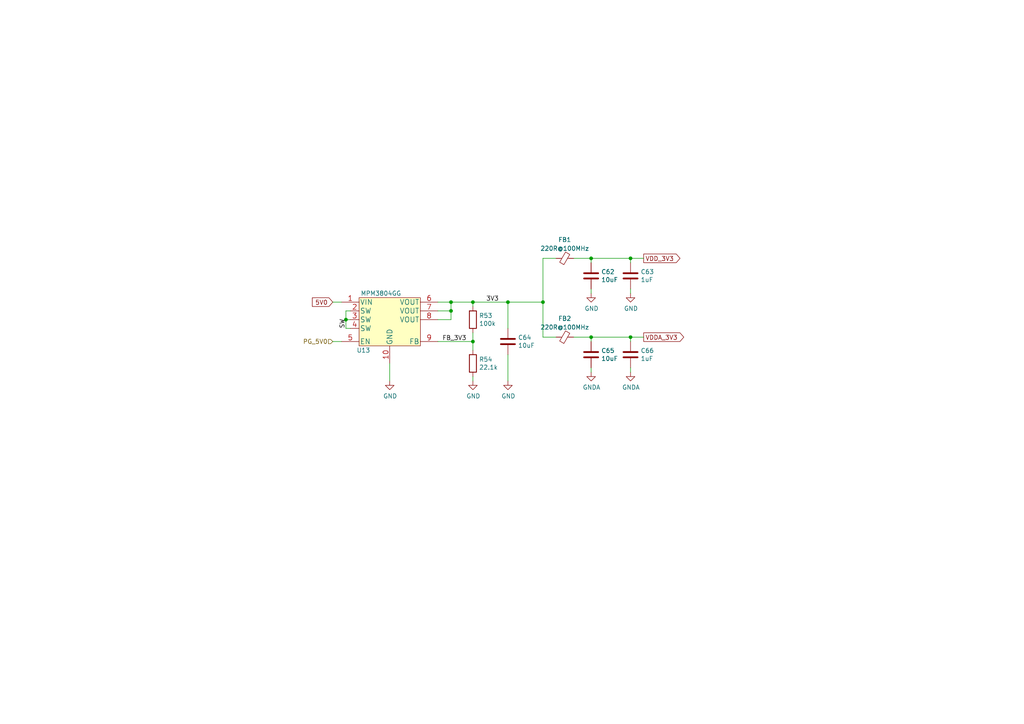
<source format=kicad_sch>
(kicad_sch (version 20211123) (generator eeschema)
  (paper "A4")
  (title_block (title "Open MOtor DRiver Initiative (OMODRI)") (date "2022-11-24") (rev "2.0") (company "LAAS/CNRS"))
  (lib_symbols
    (symbol "Device:C" (pin_numbers hide) (pin_names (offset 0.254))
      (property "Reference" "C" (at 0.635 2.54 0))
      (property "Value" "C" (at 0.635 -2.54 0))
      (symbol "C_0_1"
        (polyline (pts (xy -2.032 -0.762) (xy 2.032 -0.762)) (stroke (width 0.508)))
        (polyline (pts (xy -2.032 0.762) (xy 2.032 0.762)) (stroke (width 0.508)))
      )
      (symbol "C_1_1"
        (pin passive line (at 0 3.81 270) (length 2.794) (name "~") (number "1"))
        (pin passive line (at 0 -3.81 90) (length 2.794) (name "~") (number "2"))
      )
    )
    (symbol "Device:FerriteBead_Small" (pin_numbers hide) (pin_names (offset 0))
      (property "Reference" "FB" (at 1.905 1.27 0))
      (property "Value" "FerriteBead_Small" (at 1.905 -1.27 0))
      (symbol "FerriteBead_Small_0_1"
        (polyline (pts (xy 0 -1.27) (xy 0 -0.7874)))
        (polyline (pts (xy 0 0.889) (xy 0 1.2954)))
        (polyline (pts (xy -1.8288 0.2794) (xy -1.1176 1.4986) (xy 1.8288 -0.2032) (xy 1.1176 -1.4224) (xy -1.8288 0.2794)))
      )
      (symbol "FerriteBead_Small_1_1"
        (pin passive line (at 0 2.54 270) (length 1.27) (name "~") (number "1"))
        (pin passive line (at 0 -2.54 90) (length 1.27) (name "~") (number "2"))
      )
    )
    (symbol "Device:R" (pin_numbers hide) (pin_names (offset 0))
      (property "Reference" "R" (at 2.032 0 90))
      (property "Value" "R" (at 0 0 90))
      (symbol "R_0_1"
        (rectangle (start -1.016 -2.54) (end 1.016 2.54) (stroke (width 0.254)))
      )
      (symbol "R_1_1"
        (pin passive line (at 0 3.81 270) (length 1.27) (name "~") (number "1"))
        (pin passive line (at 0 -3.81 90) (length 1.27) (name "~") (number "2"))
      )
    )
    (symbol "omodri_lib:MPM3804GG" (pin_names (offset 0.254))
      (property "Reference" "U" (at -8.89 11.43 0))
      (property "Value" "MPM3804GG" (at -3.81 8.89 0))
      (symbol "MPM3804GG_1_1"
        (rectangle (start -8.89 7.62) (end 8.89 -6.35) (fill (type background)))
        (pin power_in line (at -13.97 6.35 0) (length 5.08) (name "VIN") (number "1"))
        (pin power_in line (at 0 -11.43 90) (length 5.08) (name "GND") (number "10"))
        (pin passive line (at -11.43 3.81 0) (length 2.54) (name "SW") (number "2"))
        (pin passive line (at -11.43 1.27 0) (length 2.54) (name "SW") (number "3"))
        (pin passive line (at -11.43 -1.27 0) (length 2.54) (name "SW") (number "4"))
        (pin input line (at -13.97 -5.08 0) (length 5.08) (name "EN") (number "5"))
        (pin power_out line (at 13.97 6.35 180) (length 5.08) (name "VOUT") (number "6"))
        (pin passive line (at 13.97 3.81 180) (length 5.08) (name "VOUT") (number "7"))
        (pin passive line (at 13.97 1.27 180) (length 5.08) (name "VOUT") (number "8"))
        (pin input line (at 13.97 -5.08 180) (length 5.08) (name "FB") (number "9"))
      )
    )
    (symbol "power:GND" (power) (pin_names (offset 0))
      (property "Value" "GND" (at 0 -3.81 0))
      (symbol "GND_0_1"
        (polyline (pts (xy 0 0) (xy 0 -1.27) (xy 1.27 -1.27) (xy 0 -2.54) (xy -1.27 -1.27) (xy 0 -1.27)))
      )
      (symbol "GND_1_1"
        (pin power_in line (at 0 0 270) (length 0) hide (name "GND") (number "1"))
      )
    )
    (symbol "power:GNDA" (power) (pin_names (offset 0))
      (property "Value" "GNDA" (at 0 -3.81 0))
      (symbol "GNDA_0_1"
        (polyline (pts (xy 0 0) (xy 0 -1.27) (xy 1.27 -1.27) (xy 0 -2.54) (xy -1.27 -1.27) (xy 0 -1.27)))
      )
      (symbol "GNDA_1_1"
        (pin power_in line (at 0 0 270) (length 0) hide (name "GNDA") (number "1"))
      )
    )
  )
  (junction (at 182.88 74.93))
  (junction (at 130.81 87.63))
  (junction (at 137.16 87.63))
  (junction (at 147.32 87.63))
  (junction (at 130.81 90.17))
  (junction (at 100.33 92.71))
  (junction (at 171.45 97.79))
  (junction (at 171.45 74.93))
  (junction (at 157.48 87.63))
  (junction (at 137.16 99.06))
  (junction (at 182.88 97.79))
  (wire (pts (xy 130.81 87.63) (xy 137.16 87.63)))
  (wire (pts (xy 161.29 74.93) (xy 157.48 74.93)))
  (wire (pts (xy 182.88 83.82) (xy 182.88 85.09)))
  (wire (pts (xy 166.37 97.79) (xy 171.45 97.79)))
  (wire (pts (xy 171.45 106.68) (xy 171.45 107.95)))
  (wire (pts (xy 171.45 97.79) (xy 182.88 97.79)))
  (wire (pts (xy 171.45 83.82) (xy 171.45 85.09)))
  (wire (pts (xy 182.88 106.68) (xy 182.88 107.95)))
  (wire (pts (xy 157.48 87.63) (xy 157.48 97.79)))
  (wire (pts (xy 100.33 95.25) (xy 100.33 92.71)))
  (wire (pts (xy 130.81 92.71) (xy 130.81 90.17)))
  (wire (pts (xy 186.69 97.79) (xy 182.88 97.79)))
  (wire (pts (xy 99.06 87.63) (xy 96.52 87.63)))
  (wire (pts (xy 157.48 97.79) (xy 161.29 97.79)))
  (wire (pts (xy 171.45 99.06) (xy 171.45 97.79)))
  (wire (pts (xy 171.45 74.93) (xy 182.88 74.93)))
  (wire (pts (xy 130.81 90.17) (xy 130.81 87.63)))
  (wire (pts (xy 137.16 110.49) (xy 137.16 109.22)))
  (wire (pts (xy 171.45 74.93) (xy 171.45 76.2)))
  (wire (pts (xy 113.03 105.41) (xy 113.03 110.49)))
  (wire (pts (xy 147.32 87.63) (xy 147.32 95.25)))
  (wire (pts (xy 127 92.71) (xy 130.81 92.71)))
  (wire (pts (xy 100.33 90.17) (xy 100.33 92.71)))
  (wire (pts (xy 96.52 99.06) (xy 99.06 99.06)))
  (wire (pts (xy 147.32 87.63) (xy 157.48 87.63)))
  (wire (pts (xy 157.48 74.93) (xy 157.48 87.63)))
  (wire (pts (xy 127 90.17) (xy 130.81 90.17)))
  (wire (pts (xy 137.16 96.52) (xy 137.16 99.06)))
  (wire (pts (xy 137.16 87.63) (xy 147.32 87.63)))
  (wire (pts (xy 182.88 74.93) (xy 186.69 74.93)))
  (wire (pts (xy 137.16 87.63) (xy 137.16 88.9)))
  (wire (pts (xy 182.88 99.06) (xy 182.88 97.79)))
  (wire (pts (xy 182.88 74.93) (xy 182.88 76.2)))
  (wire (pts (xy 101.6 95.25) (xy 100.33 95.25)))
  (wire (pts (xy 147.32 102.87) (xy 147.32 110.49)))
  (wire (pts (xy 100.33 92.71) (xy 101.6 92.71)))
  (wire (pts (xy 127 99.06) (xy 137.16 99.06)))
  (wire (pts (xy 166.37 74.93) (xy 171.45 74.93)))
  (wire (pts (xy 127 87.63) (xy 130.81 87.63)))
  (wire (pts (xy 101.6 90.17) (xy 100.33 90.17)))
  (wire (pts (xy 137.16 99.06) (xy 137.16 101.6)))
  (label "FB_3V3" (at 128.27 99.06 0))
  (label "SW" (at 100.33 95.25 90))
  (label "3V3" (at 140.97 87.63 0))
  (global_label "VDD_3V3" (shape output) (at 186.69 74.93 0) (property "Références Inter-Feuilles" "${INTERSHEET_REFS}" (effects hide)))
  (global_label "5V0" (shape input) (at 96.52 87.63 180) (property "Références Inter-Feuilles" "${INTERSHEET_REFS}" (effects hide)))
  (global_label "VDDA_3V3" (shape output) (at 186.69 97.79 0) (property "Références Inter-Feuilles" "${INTERSHEET_REFS}" (effects hide)))
  (hierarchical_label "PG_5V0" (shape input) (at 96.52 99.06 180))
  (symbol (lib_id "power:GND") (at 113.03 110.49 0) (unit 1)
    (property "Reference" "#PWR0136" (effects hide))
    (property "Value" "GND" (at 113.157 114.8842 0))
  )
  (symbol (lib_id "power:GND") (at 147.32 110.49 0) (unit 1)
    (property "Reference" "#PWR0138" (effects hide))
    (property "Value" "GND" (at 147.447 114.8842 0))
  )
  (symbol (lib_id "power:GND") (at 137.16 110.49 0) (unit 1)
    (property "Reference" "#PWR0137" (effects hide))
    (property "Value" "GND" (at 137.287 114.8842 0))
  )
  (symbol (lib_id "Device:R") (at 137.16 92.71 0) (unit 1)
    (property "Reference" "R53" (at 138.938 91.5416 0) (effects (justify left)))
    (property "Value" "100k" (at 138.938 93.853 0) (effects (justify left)))
    (property "Footprint" "Resistor_SMD:R_0201_0603Metric" (effects hide))
    (property "DigiKey" "P122655CT-ND" (effects hide))
    (property "Farnell" "2302389" (effects hide))
    (property "Mouser" "667-ERJ-1GNF1003C" (effects hide))
    (property "Part No" "ERJ-1GNF1003C" (effects hide))
    (property "RS" "179-7130" (effects hide))
  )
  (symbol (lib_id "Device:R") (at 137.16 105.41 0) (unit 1)
    (property "Reference" "R54" (at 138.938 104.2416 0) (effects (justify left)))
    (property "Value" "22.1k" (at 138.938 106.553 0) (effects (justify left)))
    (property "Footprint" "Resistor_SMD:R_0201_0603Metric" (effects hide))
    (property "DigiKey" "P122837CT-ND" (effects hide))
    (property "Farnell" "3335196" (effects hide))
    (property "Mouser" "667-ERJ-1GNF2212C" (effects hide))
    (property "Part No" "ERJ-1GNF2212C" (effects hide))
  )
  (symbol (lib_id "omodri_lib:MPM3804GG") (at 113.03 93.98 0) (unit 1)
    (property "Reference" "U13" (at 105.41 101.6 0))
    (property "Value" "MPM3804GG" (at 110.49 85.09 0))
    (property "Footprint" "udriver3:QFN-10_2x2mm_P0.5mm" (effects hide))
    (property "Datasheet" "https://www.monolithicpower.com/en/documentview/productdocument/index/version/2/document_type/Datasheet/lang/en/sku/MPM3804GG/document_id/2122/" (effects hide))
    (property "DigiKey" "1589-1982-1-ND" (effects hide))
    (property "Farnell" "3358188" (effects hide))
    (property "Mouser" "946-MPM3804GG-Z" (effects hide))
    (property "Part No" "MPM3804GG" (effects hide))
  )
  (symbol (lib_id "Device:C") (at 147.32 99.06 0) (unit 1)
    (property "Reference" "C64" (at 150.241 97.8916 0) (effects (justify left)))
    (property "Value" "10uF" (at 150.241 100.203 0) (effects (justify left)))
    (property "Footprint" "Capacitor_SMD:C_0402_1005Metric" (effects hide))
    (property "DigiKey" "490-13238-2-ND" (effects hide))
    (property "Farnell" "3582794" (effects hide))
    (property "Mouser" "81-GRM155R60J106ME5D" (effects hide))
    (property "Part No" "GRM155R60J106ME15D" (effects hide))
    (property "Rated Voltage" "6.3V" (effects hide))
  )
  (symbol (lib_id "Device:C") (at 171.45 80.01 0) (unit 1)
    (property "Reference" "C62" (at 174.371 78.8416 0) (effects (justify left)))
    (property "Value" "10uF" (at 174.371 81.153 0) (effects (justify left)))
    (property "Footprint" "Capacitor_SMD:C_0402_1005Metric" (effects hide))
    (property "DigiKey" "490-13238-2-ND" (effects hide))
    (property "Farnell" "3582794" (effects hide))
    (property "Mouser" "81-GRM155R60J106ME5D" (effects hide))
    (property "Part No" "GRM155R60J106ME15D" (effects hide))
    (property "Rated Voltage" "6.3V" (effects hide))
  )
  (symbol (lib_id "Device:C") (at 182.88 80.01 0) (unit 1)
    (property "Reference" "C63" (at 185.801 78.8416 0) (effects (justify left)))
    (property "Value" "1uF" (at 185.801 81.153 0) (effects (justify left)))
    (property "Footprint" "Capacitor_SMD:C_0201_0603Metric" (effects hide))
    (property "DigiKey" "490-13219-1-ND" (effects hide))
    (property "Farnell" "3238032" (effects hide))
    (property "Mouser" "81-GRM033C81A105ME5D" (effects hide))
    (property "Part No" "GRM033C81A105ME05D" (effects hide))
    (property "Rated Voltage" "10V" (effects hide))
  )
  (symbol (lib_id "power:GND") (at 171.45 85.09 0) (unit 1)
    (property "Reference" "#PWR0132" (effects hide))
    (property "Value" "GND" (at 171.577 89.4842 0))
  )
  (symbol (lib_id "power:GND") (at 182.88 85.09 0) (unit 1)
    (property "Reference" "#PWR0133" (effects hide))
    (property "Value" "GND" (at 183.007 89.4842 0))
  )
  (symbol (lib_id "Device:C") (at 171.45 102.87 0) (unit 1)
    (property "Reference" "C65" (at 174.371 101.7016 0) (effects (justify left)))
    (property "Value" "10uF" (at 174.371 104.013 0) (effects (justify left)))
    (property "Footprint" "Capacitor_SMD:C_0402_1005Metric" (effects hide))
    (property "DigiKey" "490-13238-2-ND" (effects hide))
    (property "Farnell" "3582794" (effects hide))
    (property "Mouser" "81-GRM155R60J106ME5D" (effects hide))
    (property "Part No" "GRM155R60J106ME15D" (effects hide))
    (property "Rated Voltage" "6.3V" (effects hide))
  )
  (symbol (lib_id "Device:C") (at 182.88 102.87 0) (unit 1)
    (property "Reference" "C66" (at 185.801 101.7016 0) (effects (justify left)))
    (property "Value" "1uF" (at 185.801 104.013 0) (effects (justify left)))
    (property "Footprint" "Capacitor_SMD:C_0201_0603Metric" (effects hide))
    (property "DigiKey" "490-13219-1-ND" (effects hide))
    (property "Farnell" "3238032" (effects hide))
    (property "Mouser" "81-GRM033C81A105ME5D" (effects hide))
    (property "Part No" "GRM033C81A105ME05D" (effects hide))
    (property "Rated Voltage" "10V" (effects hide))
  )
  (symbol (lib_id "power:GNDA") (at 171.45 107.95 0) (unit 1)
    (property "Reference" "#PWR0134" (effects hide))
    (property "Value" "GNDA" (at 171.577 112.3442 0))
  )
  (symbol (lib_id "power:GNDA") (at 182.88 107.95 0) (unit 1)
    (property "Reference" "#PWR0135" (effects hide))
    (property "Value" "GNDA" (at 183.007 112.3442 0))
  )
  (symbol (lib_id "Device:FerriteBead_Small") (at 163.83 74.93 90) (unit 1)
    (property "Reference" "FB1" (at 163.7919 69.5284 90))
    (property "Value" "220R@100MHz" (at 163.7919 72.0653 90))
    (property "Footprint" "Inductor_SMD:L_0603_1608Metric" (effects hide))
    (property "DigiKey" "490-5225-1-ND" (effects hide))
    (property "Farnell" "1515753" (effects hide))
    (property "Mouser" "81-BLM18SG221TN1D" (effects hide))
    (property "Part No" "BLM18SG221TN1D" (effects hide))
    (property "RS" "792-6271" (effects hide))
  )
  (symbol (lib_id "Device:FerriteBead_Small") (at 163.83 97.79 90) (unit 1)
    (property "Reference" "FB2" (at 163.7919 92.3884 90))
    (property "Value" "220R@100MHz" (at 163.7919 94.9253 90))
    (property "Footprint" "Inductor_SMD:L_0603_1608Metric" (effects hide))
    (property "DigiKey" "490-5225-1-ND" (effects hide))
    (property "Farnell" "1515753" (effects hide))
    (property "Mouser" "81-BLM18SG221TN1D" (effects hide))
    (property "Part No" "BLM18SG221TN1D" (effects hide))
    (property "RS" "792-6271" (effects hide))
  )
)
</source>
